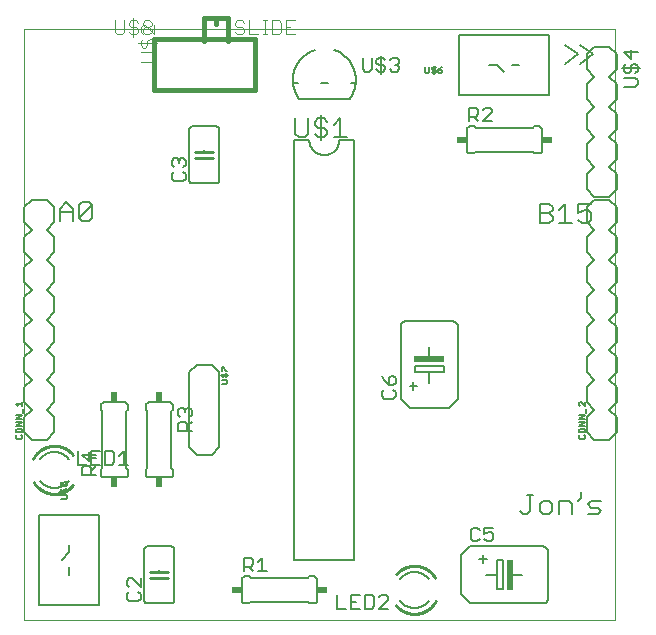
<source format=gto>
G75*
%MOIN*%
%OFA0B0*%
%FSLAX25Y25*%
%IPPOS*%
%LPD*%
%AMOC8*
5,1,8,0,0,1.08239X$1,22.5*
%
%ADD10C,0.00000*%
%ADD11C,0.00600*%
%ADD12C,0.01000*%
%ADD13C,0.00500*%
%ADD14R,0.02000X0.10000*%
%ADD15R,0.10000X0.02000*%
%ADD16C,0.00800*%
%ADD17R,0.03400X0.02400*%
%ADD18R,0.02400X0.03400*%
%ADD19C,0.00700*%
%ADD20C,0.00400*%
%ADD21C,0.01600*%
D10*
X0005060Y0001800D02*
X0005060Y0198650D01*
X0201910Y0198650D01*
X0201910Y0001800D01*
X0005060Y0001800D01*
D11*
X0045060Y0008300D02*
X0045060Y0025300D01*
X0045062Y0025360D01*
X0045067Y0025421D01*
X0045076Y0025480D01*
X0045089Y0025539D01*
X0045105Y0025598D01*
X0045125Y0025655D01*
X0045148Y0025710D01*
X0045175Y0025765D01*
X0045204Y0025817D01*
X0045237Y0025868D01*
X0045273Y0025917D01*
X0045311Y0025963D01*
X0045353Y0026007D01*
X0045397Y0026049D01*
X0045443Y0026087D01*
X0045492Y0026123D01*
X0045543Y0026156D01*
X0045595Y0026185D01*
X0045650Y0026212D01*
X0045705Y0026235D01*
X0045762Y0026255D01*
X0045821Y0026271D01*
X0045880Y0026284D01*
X0045939Y0026293D01*
X0046000Y0026298D01*
X0046060Y0026300D01*
X0054060Y0026300D01*
X0054120Y0026298D01*
X0054181Y0026293D01*
X0054240Y0026284D01*
X0054299Y0026271D01*
X0054358Y0026255D01*
X0054415Y0026235D01*
X0054470Y0026212D01*
X0054525Y0026185D01*
X0054577Y0026156D01*
X0054628Y0026123D01*
X0054677Y0026087D01*
X0054723Y0026049D01*
X0054767Y0026007D01*
X0054809Y0025963D01*
X0054847Y0025917D01*
X0054883Y0025868D01*
X0054916Y0025817D01*
X0054945Y0025765D01*
X0054972Y0025710D01*
X0054995Y0025655D01*
X0055015Y0025598D01*
X0055031Y0025539D01*
X0055044Y0025480D01*
X0055053Y0025421D01*
X0055058Y0025360D01*
X0055060Y0025300D01*
X0055060Y0008300D01*
X0055058Y0008240D01*
X0055053Y0008179D01*
X0055044Y0008120D01*
X0055031Y0008061D01*
X0055015Y0008002D01*
X0054995Y0007945D01*
X0054972Y0007890D01*
X0054945Y0007835D01*
X0054916Y0007783D01*
X0054883Y0007732D01*
X0054847Y0007683D01*
X0054809Y0007637D01*
X0054767Y0007593D01*
X0054723Y0007551D01*
X0054677Y0007513D01*
X0054628Y0007477D01*
X0054577Y0007444D01*
X0054525Y0007415D01*
X0054470Y0007388D01*
X0054415Y0007365D01*
X0054358Y0007345D01*
X0054299Y0007329D01*
X0054240Y0007316D01*
X0054181Y0007307D01*
X0054120Y0007302D01*
X0054060Y0007300D01*
X0046060Y0007300D01*
X0046000Y0007302D01*
X0045939Y0007307D01*
X0045880Y0007316D01*
X0045821Y0007329D01*
X0045762Y0007345D01*
X0045705Y0007365D01*
X0045650Y0007388D01*
X0045595Y0007415D01*
X0045543Y0007444D01*
X0045492Y0007477D01*
X0045443Y0007513D01*
X0045397Y0007551D01*
X0045353Y0007593D01*
X0045311Y0007637D01*
X0045273Y0007683D01*
X0045237Y0007732D01*
X0045204Y0007783D01*
X0045175Y0007835D01*
X0045148Y0007890D01*
X0045125Y0007945D01*
X0045105Y0008002D01*
X0045089Y0008061D01*
X0045076Y0008120D01*
X0045067Y0008179D01*
X0045062Y0008240D01*
X0045060Y0008300D01*
X0050060Y0015300D02*
X0050060Y0015800D01*
X0050060Y0017800D02*
X0050060Y0018300D01*
X0077560Y0015300D02*
X0077560Y0008300D01*
X0077562Y0008240D01*
X0077567Y0008179D01*
X0077576Y0008120D01*
X0077589Y0008061D01*
X0077605Y0008002D01*
X0077625Y0007945D01*
X0077648Y0007890D01*
X0077675Y0007835D01*
X0077704Y0007783D01*
X0077737Y0007732D01*
X0077773Y0007683D01*
X0077811Y0007637D01*
X0077853Y0007593D01*
X0077897Y0007551D01*
X0077943Y0007513D01*
X0077992Y0007477D01*
X0078043Y0007444D01*
X0078095Y0007415D01*
X0078150Y0007388D01*
X0078205Y0007365D01*
X0078262Y0007345D01*
X0078321Y0007329D01*
X0078380Y0007316D01*
X0078439Y0007307D01*
X0078500Y0007302D01*
X0078560Y0007300D01*
X0080060Y0007300D01*
X0080560Y0007800D01*
X0099560Y0007800D01*
X0100060Y0007300D01*
X0101560Y0007300D01*
X0101620Y0007302D01*
X0101681Y0007307D01*
X0101740Y0007316D01*
X0101799Y0007329D01*
X0101858Y0007345D01*
X0101915Y0007365D01*
X0101970Y0007388D01*
X0102025Y0007415D01*
X0102077Y0007444D01*
X0102128Y0007477D01*
X0102177Y0007513D01*
X0102223Y0007551D01*
X0102267Y0007593D01*
X0102309Y0007637D01*
X0102347Y0007683D01*
X0102383Y0007732D01*
X0102416Y0007783D01*
X0102445Y0007835D01*
X0102472Y0007890D01*
X0102495Y0007945D01*
X0102515Y0008002D01*
X0102531Y0008061D01*
X0102544Y0008120D01*
X0102553Y0008179D01*
X0102558Y0008240D01*
X0102560Y0008300D01*
X0102560Y0015300D01*
X0102558Y0015360D01*
X0102553Y0015421D01*
X0102544Y0015480D01*
X0102531Y0015539D01*
X0102515Y0015598D01*
X0102495Y0015655D01*
X0102472Y0015710D01*
X0102445Y0015765D01*
X0102416Y0015817D01*
X0102383Y0015868D01*
X0102347Y0015917D01*
X0102309Y0015963D01*
X0102267Y0016007D01*
X0102223Y0016049D01*
X0102177Y0016087D01*
X0102128Y0016123D01*
X0102077Y0016156D01*
X0102025Y0016185D01*
X0101970Y0016212D01*
X0101915Y0016235D01*
X0101858Y0016255D01*
X0101799Y0016271D01*
X0101740Y0016284D01*
X0101681Y0016293D01*
X0101620Y0016298D01*
X0101560Y0016300D01*
X0100060Y0016300D01*
X0099560Y0015800D01*
X0080560Y0015800D01*
X0080060Y0016300D01*
X0078560Y0016300D01*
X0078500Y0016298D01*
X0078439Y0016293D01*
X0078380Y0016284D01*
X0078321Y0016271D01*
X0078262Y0016255D01*
X0078205Y0016235D01*
X0078150Y0016212D01*
X0078095Y0016185D01*
X0078043Y0016156D01*
X0077992Y0016123D01*
X0077943Y0016087D01*
X0077897Y0016049D01*
X0077853Y0016007D01*
X0077811Y0015963D01*
X0077773Y0015917D01*
X0077737Y0015868D01*
X0077704Y0015817D01*
X0077675Y0015765D01*
X0077648Y0015710D01*
X0077625Y0015655D01*
X0077605Y0015598D01*
X0077589Y0015539D01*
X0077576Y0015480D01*
X0077567Y0015421D01*
X0077562Y0015360D01*
X0077560Y0015300D01*
X0095060Y0021800D02*
X0095060Y0161300D01*
X0095060Y0161800D02*
X0100060Y0161800D01*
X0100062Y0161660D01*
X0100068Y0161520D01*
X0100078Y0161380D01*
X0100091Y0161240D01*
X0100109Y0161101D01*
X0100131Y0160962D01*
X0100156Y0160825D01*
X0100185Y0160687D01*
X0100218Y0160551D01*
X0100255Y0160416D01*
X0100296Y0160282D01*
X0100341Y0160149D01*
X0100389Y0160017D01*
X0100441Y0159887D01*
X0100496Y0159758D01*
X0100555Y0159631D01*
X0100618Y0159505D01*
X0100684Y0159381D01*
X0100753Y0159260D01*
X0100826Y0159140D01*
X0100903Y0159022D01*
X0100982Y0158907D01*
X0101065Y0158793D01*
X0101151Y0158683D01*
X0101240Y0158574D01*
X0101332Y0158468D01*
X0101427Y0158365D01*
X0101524Y0158264D01*
X0101625Y0158167D01*
X0101728Y0158072D01*
X0101834Y0157980D01*
X0101943Y0157891D01*
X0102053Y0157805D01*
X0102167Y0157722D01*
X0102282Y0157643D01*
X0102400Y0157566D01*
X0102520Y0157493D01*
X0102641Y0157424D01*
X0102765Y0157358D01*
X0102891Y0157295D01*
X0103018Y0157236D01*
X0103147Y0157181D01*
X0103277Y0157129D01*
X0103409Y0157081D01*
X0103542Y0157036D01*
X0103676Y0156995D01*
X0103811Y0156958D01*
X0103947Y0156925D01*
X0104085Y0156896D01*
X0104222Y0156871D01*
X0104361Y0156849D01*
X0104500Y0156831D01*
X0104640Y0156818D01*
X0104780Y0156808D01*
X0104920Y0156802D01*
X0105060Y0156800D01*
X0105200Y0156802D01*
X0105340Y0156808D01*
X0105480Y0156818D01*
X0105620Y0156831D01*
X0105759Y0156849D01*
X0105898Y0156871D01*
X0106035Y0156896D01*
X0106173Y0156925D01*
X0106309Y0156958D01*
X0106444Y0156995D01*
X0106578Y0157036D01*
X0106711Y0157081D01*
X0106843Y0157129D01*
X0106973Y0157181D01*
X0107102Y0157236D01*
X0107229Y0157295D01*
X0107355Y0157358D01*
X0107479Y0157424D01*
X0107600Y0157493D01*
X0107720Y0157566D01*
X0107838Y0157643D01*
X0107953Y0157722D01*
X0108067Y0157805D01*
X0108177Y0157891D01*
X0108286Y0157980D01*
X0108392Y0158072D01*
X0108495Y0158167D01*
X0108596Y0158264D01*
X0108693Y0158365D01*
X0108788Y0158468D01*
X0108880Y0158574D01*
X0108969Y0158683D01*
X0109055Y0158793D01*
X0109138Y0158907D01*
X0109217Y0159022D01*
X0109294Y0159140D01*
X0109367Y0159260D01*
X0109436Y0159381D01*
X0109502Y0159505D01*
X0109565Y0159631D01*
X0109624Y0159758D01*
X0109679Y0159887D01*
X0109731Y0160017D01*
X0109779Y0160149D01*
X0109824Y0160282D01*
X0109865Y0160416D01*
X0109902Y0160551D01*
X0109935Y0160687D01*
X0109964Y0160825D01*
X0109989Y0160962D01*
X0110011Y0161101D01*
X0110029Y0161240D01*
X0110042Y0161380D01*
X0110052Y0161520D01*
X0110058Y0161660D01*
X0110060Y0161800D01*
X0115060Y0161800D01*
X0115060Y0021800D01*
X0095060Y0021800D01*
X0135060Y0017800D02*
X0135212Y0017798D01*
X0135363Y0017792D01*
X0135514Y0017783D01*
X0135666Y0017769D01*
X0135816Y0017752D01*
X0135966Y0017731D01*
X0136116Y0017706D01*
X0136265Y0017678D01*
X0136413Y0017645D01*
X0136560Y0017609D01*
X0136707Y0017570D01*
X0136852Y0017526D01*
X0136996Y0017479D01*
X0137139Y0017428D01*
X0137280Y0017374D01*
X0137421Y0017316D01*
X0137559Y0017255D01*
X0137696Y0017190D01*
X0137832Y0017121D01*
X0137965Y0017050D01*
X0138097Y0016975D01*
X0138227Y0016896D01*
X0138354Y0016815D01*
X0138480Y0016730D01*
X0138604Y0016642D01*
X0138725Y0016551D01*
X0138844Y0016457D01*
X0138960Y0016359D01*
X0139074Y0016259D01*
X0139186Y0016157D01*
X0139294Y0016051D01*
X0139400Y0015943D01*
X0139504Y0015832D01*
X0139604Y0015718D01*
X0139702Y0015602D01*
X0139796Y0015483D01*
X0135060Y0005800D02*
X0134906Y0005802D01*
X0134752Y0005808D01*
X0134598Y0005818D01*
X0134444Y0005832D01*
X0134291Y0005849D01*
X0134139Y0005871D01*
X0133987Y0005897D01*
X0133835Y0005926D01*
X0133685Y0005960D01*
X0133535Y0005997D01*
X0133387Y0006038D01*
X0133239Y0006083D01*
X0133093Y0006132D01*
X0132948Y0006184D01*
X0132805Y0006240D01*
X0132662Y0006300D01*
X0132522Y0006363D01*
X0132383Y0006430D01*
X0132246Y0006501D01*
X0132111Y0006575D01*
X0131978Y0006652D01*
X0131846Y0006733D01*
X0131717Y0006817D01*
X0131590Y0006905D01*
X0131466Y0006996D01*
X0131344Y0007089D01*
X0131224Y0007187D01*
X0131107Y0007287D01*
X0130992Y0007390D01*
X0130880Y0007496D01*
X0130771Y0007604D01*
X0130665Y0007716D01*
X0130561Y0007830D01*
X0130461Y0007947D01*
X0130363Y0008066D01*
X0130269Y0008188D01*
X0130178Y0008313D01*
X0135060Y0005800D02*
X0135210Y0005802D01*
X0135361Y0005808D01*
X0135511Y0005817D01*
X0135660Y0005830D01*
X0135810Y0005847D01*
X0135959Y0005868D01*
X0136107Y0005892D01*
X0136255Y0005920D01*
X0136402Y0005952D01*
X0136548Y0005987D01*
X0136693Y0006027D01*
X0136837Y0006069D01*
X0136980Y0006116D01*
X0137122Y0006166D01*
X0137263Y0006219D01*
X0137402Y0006276D01*
X0137540Y0006336D01*
X0137676Y0006400D01*
X0137810Y0006467D01*
X0137943Y0006538D01*
X0138074Y0006612D01*
X0138203Y0006689D01*
X0138330Y0006770D01*
X0138455Y0006853D01*
X0138578Y0006940D01*
X0138699Y0007029D01*
X0138817Y0007122D01*
X0138933Y0007218D01*
X0139047Y0007316D01*
X0139158Y0007417D01*
X0139267Y0007522D01*
X0139372Y0007628D01*
X0139476Y0007738D01*
X0139576Y0007850D01*
X0139674Y0007964D01*
X0139768Y0008081D01*
X0139860Y0008200D01*
X0135060Y0017800D02*
X0134908Y0017798D01*
X0134757Y0017792D01*
X0134606Y0017783D01*
X0134454Y0017769D01*
X0134304Y0017752D01*
X0134154Y0017731D01*
X0134004Y0017706D01*
X0133855Y0017678D01*
X0133707Y0017645D01*
X0133560Y0017609D01*
X0133413Y0017570D01*
X0133268Y0017526D01*
X0133124Y0017479D01*
X0132981Y0017428D01*
X0132840Y0017374D01*
X0132699Y0017316D01*
X0132561Y0017255D01*
X0132424Y0017190D01*
X0132288Y0017121D01*
X0132155Y0017050D01*
X0132023Y0016975D01*
X0131893Y0016896D01*
X0131766Y0016815D01*
X0131640Y0016730D01*
X0131516Y0016642D01*
X0131395Y0016551D01*
X0131276Y0016457D01*
X0131160Y0016359D01*
X0131046Y0016259D01*
X0130934Y0016157D01*
X0130826Y0016051D01*
X0130720Y0015943D01*
X0130616Y0015832D01*
X0130516Y0015718D01*
X0130418Y0015602D01*
X0130324Y0015483D01*
X0150560Y0010300D02*
X0150560Y0023300D01*
X0153560Y0026300D01*
X0178060Y0026300D01*
X0178136Y0026298D01*
X0178212Y0026292D01*
X0178287Y0026283D01*
X0178362Y0026269D01*
X0178436Y0026252D01*
X0178509Y0026231D01*
X0178581Y0026207D01*
X0178652Y0026178D01*
X0178721Y0026147D01*
X0178788Y0026112D01*
X0178853Y0026073D01*
X0178917Y0026031D01*
X0178978Y0025986D01*
X0179037Y0025938D01*
X0179093Y0025887D01*
X0179147Y0025833D01*
X0179198Y0025777D01*
X0179246Y0025718D01*
X0179291Y0025657D01*
X0179333Y0025593D01*
X0179372Y0025528D01*
X0179407Y0025461D01*
X0179438Y0025392D01*
X0179467Y0025321D01*
X0179491Y0025249D01*
X0179512Y0025176D01*
X0179529Y0025102D01*
X0179543Y0025027D01*
X0179552Y0024952D01*
X0179558Y0024876D01*
X0179560Y0024800D01*
X0179560Y0008800D01*
X0179558Y0008724D01*
X0179552Y0008648D01*
X0179543Y0008573D01*
X0179529Y0008498D01*
X0179512Y0008424D01*
X0179491Y0008351D01*
X0179467Y0008279D01*
X0179438Y0008208D01*
X0179407Y0008139D01*
X0179372Y0008072D01*
X0179333Y0008007D01*
X0179291Y0007943D01*
X0179246Y0007882D01*
X0179198Y0007823D01*
X0179147Y0007767D01*
X0179093Y0007713D01*
X0179037Y0007662D01*
X0178978Y0007614D01*
X0178917Y0007569D01*
X0178853Y0007527D01*
X0178788Y0007488D01*
X0178721Y0007453D01*
X0178652Y0007422D01*
X0178581Y0007393D01*
X0178509Y0007369D01*
X0178436Y0007348D01*
X0178362Y0007331D01*
X0178287Y0007317D01*
X0178212Y0007308D01*
X0178136Y0007302D01*
X0178060Y0007300D01*
X0153560Y0007300D01*
X0150560Y0010300D01*
X0159060Y0016800D02*
X0162560Y0016800D01*
X0162560Y0021600D01*
X0164560Y0021600D01*
X0164560Y0012000D01*
X0162560Y0012000D01*
X0162560Y0016800D01*
X0167560Y0016800D02*
X0171060Y0016800D01*
X0159360Y0022200D02*
X0156760Y0022200D01*
X0158060Y0023400D02*
X0158060Y0020900D01*
X0171428Y0037100D02*
X0172495Y0037100D01*
X0173563Y0038168D01*
X0173563Y0043505D01*
X0174630Y0043505D02*
X0172495Y0043505D01*
X0176805Y0040303D02*
X0176805Y0038168D01*
X0177873Y0037100D01*
X0180008Y0037100D01*
X0181076Y0038168D01*
X0181076Y0040303D01*
X0180008Y0041370D01*
X0177873Y0041370D01*
X0176805Y0040303D01*
X0171428Y0037100D02*
X0170360Y0038168D01*
X0183251Y0037100D02*
X0183251Y0041370D01*
X0186454Y0041370D01*
X0187521Y0040303D01*
X0187521Y0037100D01*
X0189696Y0041370D02*
X0190764Y0042438D01*
X0190764Y0044573D01*
X0193987Y0041370D02*
X0192919Y0040303D01*
X0193987Y0039235D01*
X0196122Y0039235D01*
X0197190Y0038168D01*
X0196122Y0037100D01*
X0192919Y0037100D01*
X0193987Y0041370D02*
X0197190Y0041370D01*
X0149560Y0075300D02*
X0146560Y0072300D01*
X0133560Y0072300D01*
X0130560Y0075300D01*
X0130560Y0099800D01*
X0130562Y0099876D01*
X0130568Y0099952D01*
X0130577Y0100027D01*
X0130591Y0100102D01*
X0130608Y0100176D01*
X0130629Y0100249D01*
X0130653Y0100321D01*
X0130682Y0100392D01*
X0130713Y0100461D01*
X0130748Y0100528D01*
X0130787Y0100593D01*
X0130829Y0100657D01*
X0130874Y0100718D01*
X0130922Y0100777D01*
X0130973Y0100833D01*
X0131027Y0100887D01*
X0131083Y0100938D01*
X0131142Y0100986D01*
X0131203Y0101031D01*
X0131267Y0101073D01*
X0131332Y0101112D01*
X0131399Y0101147D01*
X0131468Y0101178D01*
X0131539Y0101207D01*
X0131611Y0101231D01*
X0131684Y0101252D01*
X0131758Y0101269D01*
X0131833Y0101283D01*
X0131908Y0101292D01*
X0131984Y0101298D01*
X0132060Y0101300D01*
X0148060Y0101300D01*
X0148136Y0101298D01*
X0148212Y0101292D01*
X0148287Y0101283D01*
X0148362Y0101269D01*
X0148436Y0101252D01*
X0148509Y0101231D01*
X0148581Y0101207D01*
X0148652Y0101178D01*
X0148721Y0101147D01*
X0148788Y0101112D01*
X0148853Y0101073D01*
X0148917Y0101031D01*
X0148978Y0100986D01*
X0149037Y0100938D01*
X0149093Y0100887D01*
X0149147Y0100833D01*
X0149198Y0100777D01*
X0149246Y0100718D01*
X0149291Y0100657D01*
X0149333Y0100593D01*
X0149372Y0100528D01*
X0149407Y0100461D01*
X0149438Y0100392D01*
X0149467Y0100321D01*
X0149491Y0100249D01*
X0149512Y0100176D01*
X0149529Y0100102D01*
X0149543Y0100027D01*
X0149552Y0099952D01*
X0149558Y0099876D01*
X0149560Y0099800D01*
X0149560Y0075300D01*
X0144860Y0084300D02*
X0140060Y0084300D01*
X0135260Y0084300D01*
X0135260Y0086300D01*
X0144860Y0086300D01*
X0144860Y0084300D01*
X0140060Y0084300D02*
X0140060Y0080800D01*
X0135960Y0079800D02*
X0133460Y0079800D01*
X0134660Y0081100D02*
X0134660Y0078500D01*
X0140060Y0089300D02*
X0140060Y0092800D01*
X0176860Y0134100D02*
X0180063Y0134100D01*
X0181130Y0135168D01*
X0181130Y0136235D01*
X0180063Y0137303D01*
X0176860Y0137303D01*
X0176860Y0140505D02*
X0180063Y0140505D01*
X0181130Y0139438D01*
X0181130Y0138370D01*
X0180063Y0137303D01*
X0176860Y0134100D02*
X0176860Y0140505D01*
X0183305Y0138370D02*
X0185441Y0140505D01*
X0185441Y0134100D01*
X0187576Y0134100D02*
X0183305Y0134100D01*
X0189751Y0135168D02*
X0190819Y0134100D01*
X0192954Y0134100D01*
X0194021Y0135168D01*
X0194021Y0137303D01*
X0192954Y0138370D01*
X0191886Y0138370D01*
X0189751Y0137303D01*
X0189751Y0140505D01*
X0194021Y0140505D01*
X0176560Y0157300D02*
X0175060Y0157300D01*
X0174560Y0157800D01*
X0155560Y0157800D01*
X0155060Y0157300D01*
X0153560Y0157300D01*
X0153500Y0157302D01*
X0153439Y0157307D01*
X0153380Y0157316D01*
X0153321Y0157329D01*
X0153262Y0157345D01*
X0153205Y0157365D01*
X0153150Y0157388D01*
X0153095Y0157415D01*
X0153043Y0157444D01*
X0152992Y0157477D01*
X0152943Y0157513D01*
X0152897Y0157551D01*
X0152853Y0157593D01*
X0152811Y0157637D01*
X0152773Y0157683D01*
X0152737Y0157732D01*
X0152704Y0157783D01*
X0152675Y0157835D01*
X0152648Y0157890D01*
X0152625Y0157945D01*
X0152605Y0158002D01*
X0152589Y0158061D01*
X0152576Y0158120D01*
X0152567Y0158179D01*
X0152562Y0158240D01*
X0152560Y0158300D01*
X0152560Y0165300D01*
X0152562Y0165360D01*
X0152567Y0165421D01*
X0152576Y0165480D01*
X0152589Y0165539D01*
X0152605Y0165598D01*
X0152625Y0165655D01*
X0152648Y0165710D01*
X0152675Y0165765D01*
X0152704Y0165817D01*
X0152737Y0165868D01*
X0152773Y0165917D01*
X0152811Y0165963D01*
X0152853Y0166007D01*
X0152897Y0166049D01*
X0152943Y0166087D01*
X0152992Y0166123D01*
X0153043Y0166156D01*
X0153095Y0166185D01*
X0153150Y0166212D01*
X0153205Y0166235D01*
X0153262Y0166255D01*
X0153321Y0166271D01*
X0153380Y0166284D01*
X0153439Y0166293D01*
X0153500Y0166298D01*
X0153560Y0166300D01*
X0155060Y0166300D01*
X0155560Y0165800D01*
X0174560Y0165800D01*
X0175060Y0166300D01*
X0176560Y0166300D01*
X0176620Y0166298D01*
X0176681Y0166293D01*
X0176740Y0166284D01*
X0176799Y0166271D01*
X0176858Y0166255D01*
X0176915Y0166235D01*
X0176970Y0166212D01*
X0177025Y0166185D01*
X0177077Y0166156D01*
X0177128Y0166123D01*
X0177177Y0166087D01*
X0177223Y0166049D01*
X0177267Y0166007D01*
X0177309Y0165963D01*
X0177347Y0165917D01*
X0177383Y0165868D01*
X0177416Y0165817D01*
X0177445Y0165765D01*
X0177472Y0165710D01*
X0177495Y0165655D01*
X0177515Y0165598D01*
X0177531Y0165539D01*
X0177544Y0165480D01*
X0177553Y0165421D01*
X0177558Y0165360D01*
X0177560Y0165300D01*
X0177560Y0158300D01*
X0177558Y0158240D01*
X0177553Y0158179D01*
X0177544Y0158120D01*
X0177531Y0158061D01*
X0177515Y0158002D01*
X0177495Y0157945D01*
X0177472Y0157890D01*
X0177445Y0157835D01*
X0177416Y0157783D01*
X0177383Y0157732D01*
X0177347Y0157683D01*
X0177309Y0157637D01*
X0177267Y0157593D01*
X0177223Y0157551D01*
X0177177Y0157513D01*
X0177128Y0157477D01*
X0177077Y0157444D01*
X0177025Y0157415D01*
X0176970Y0157388D01*
X0176915Y0157365D01*
X0176858Y0157345D01*
X0176799Y0157329D01*
X0176740Y0157316D01*
X0176681Y0157307D01*
X0176620Y0157302D01*
X0176560Y0157300D01*
X0185360Y0187100D02*
X0189630Y0190303D01*
X0185360Y0193505D01*
X0190360Y0193505D02*
X0194630Y0190303D01*
X0190360Y0187100D01*
X0070060Y0165300D02*
X0070060Y0148300D01*
X0070058Y0148240D01*
X0070053Y0148179D01*
X0070044Y0148120D01*
X0070031Y0148061D01*
X0070015Y0148002D01*
X0069995Y0147945D01*
X0069972Y0147890D01*
X0069945Y0147835D01*
X0069916Y0147783D01*
X0069883Y0147732D01*
X0069847Y0147683D01*
X0069809Y0147637D01*
X0069767Y0147593D01*
X0069723Y0147551D01*
X0069677Y0147513D01*
X0069628Y0147477D01*
X0069577Y0147444D01*
X0069525Y0147415D01*
X0069470Y0147388D01*
X0069415Y0147365D01*
X0069358Y0147345D01*
X0069299Y0147329D01*
X0069240Y0147316D01*
X0069181Y0147307D01*
X0069120Y0147302D01*
X0069060Y0147300D01*
X0061060Y0147300D01*
X0061000Y0147302D01*
X0060939Y0147307D01*
X0060880Y0147316D01*
X0060821Y0147329D01*
X0060762Y0147345D01*
X0060705Y0147365D01*
X0060650Y0147388D01*
X0060595Y0147415D01*
X0060543Y0147444D01*
X0060492Y0147477D01*
X0060443Y0147513D01*
X0060397Y0147551D01*
X0060353Y0147593D01*
X0060311Y0147637D01*
X0060273Y0147683D01*
X0060237Y0147732D01*
X0060204Y0147783D01*
X0060175Y0147835D01*
X0060148Y0147890D01*
X0060125Y0147945D01*
X0060105Y0148002D01*
X0060089Y0148061D01*
X0060076Y0148120D01*
X0060067Y0148179D01*
X0060062Y0148240D01*
X0060060Y0148300D01*
X0060060Y0165300D01*
X0060062Y0165360D01*
X0060067Y0165421D01*
X0060076Y0165480D01*
X0060089Y0165539D01*
X0060105Y0165598D01*
X0060125Y0165655D01*
X0060148Y0165710D01*
X0060175Y0165765D01*
X0060204Y0165817D01*
X0060237Y0165868D01*
X0060273Y0165917D01*
X0060311Y0165963D01*
X0060353Y0166007D01*
X0060397Y0166049D01*
X0060443Y0166087D01*
X0060492Y0166123D01*
X0060543Y0166156D01*
X0060595Y0166185D01*
X0060650Y0166212D01*
X0060705Y0166235D01*
X0060762Y0166255D01*
X0060821Y0166271D01*
X0060880Y0166284D01*
X0060939Y0166293D01*
X0061000Y0166298D01*
X0061060Y0166300D01*
X0069060Y0166300D01*
X0069120Y0166298D01*
X0069181Y0166293D01*
X0069240Y0166284D01*
X0069299Y0166271D01*
X0069358Y0166255D01*
X0069415Y0166235D01*
X0069470Y0166212D01*
X0069525Y0166185D01*
X0069577Y0166156D01*
X0069628Y0166123D01*
X0069677Y0166087D01*
X0069723Y0166049D01*
X0069767Y0166007D01*
X0069809Y0165963D01*
X0069847Y0165917D01*
X0069883Y0165868D01*
X0069916Y0165817D01*
X0069945Y0165765D01*
X0069972Y0165710D01*
X0069995Y0165655D01*
X0070015Y0165598D01*
X0070031Y0165539D01*
X0070044Y0165480D01*
X0070053Y0165421D01*
X0070058Y0165360D01*
X0070060Y0165300D01*
X0065060Y0158300D02*
X0065060Y0157800D01*
X0065060Y0155800D02*
X0065060Y0155300D01*
X0027576Y0139938D02*
X0027576Y0135668D01*
X0026508Y0134600D01*
X0024373Y0134600D01*
X0023305Y0135668D01*
X0027576Y0139938D01*
X0026508Y0141005D01*
X0024373Y0141005D01*
X0023305Y0139938D01*
X0023305Y0135668D01*
X0021130Y0134600D02*
X0021130Y0138870D01*
X0018995Y0141005D01*
X0016860Y0138870D01*
X0016860Y0134600D01*
X0016860Y0137803D02*
X0021130Y0137803D01*
X0031560Y0074300D02*
X0038560Y0074300D01*
X0038620Y0074298D01*
X0038681Y0074293D01*
X0038740Y0074284D01*
X0038799Y0074271D01*
X0038858Y0074255D01*
X0038915Y0074235D01*
X0038970Y0074212D01*
X0039025Y0074185D01*
X0039077Y0074156D01*
X0039128Y0074123D01*
X0039177Y0074087D01*
X0039223Y0074049D01*
X0039267Y0074007D01*
X0039309Y0073963D01*
X0039347Y0073917D01*
X0039383Y0073868D01*
X0039416Y0073817D01*
X0039445Y0073765D01*
X0039472Y0073710D01*
X0039495Y0073655D01*
X0039515Y0073598D01*
X0039531Y0073539D01*
X0039544Y0073480D01*
X0039553Y0073421D01*
X0039558Y0073360D01*
X0039560Y0073300D01*
X0039560Y0071800D01*
X0039060Y0071300D01*
X0039060Y0052300D01*
X0039560Y0051800D01*
X0039560Y0050300D01*
X0039558Y0050240D01*
X0039553Y0050179D01*
X0039544Y0050120D01*
X0039531Y0050061D01*
X0039515Y0050002D01*
X0039495Y0049945D01*
X0039472Y0049890D01*
X0039445Y0049835D01*
X0039416Y0049783D01*
X0039383Y0049732D01*
X0039347Y0049683D01*
X0039309Y0049637D01*
X0039267Y0049593D01*
X0039223Y0049551D01*
X0039177Y0049513D01*
X0039128Y0049477D01*
X0039077Y0049444D01*
X0039025Y0049415D01*
X0038970Y0049388D01*
X0038915Y0049365D01*
X0038858Y0049345D01*
X0038799Y0049329D01*
X0038740Y0049316D01*
X0038681Y0049307D01*
X0038620Y0049302D01*
X0038560Y0049300D01*
X0031560Y0049300D01*
X0031500Y0049302D01*
X0031439Y0049307D01*
X0031380Y0049316D01*
X0031321Y0049329D01*
X0031262Y0049345D01*
X0031205Y0049365D01*
X0031150Y0049388D01*
X0031095Y0049415D01*
X0031043Y0049444D01*
X0030992Y0049477D01*
X0030943Y0049513D01*
X0030897Y0049551D01*
X0030853Y0049593D01*
X0030811Y0049637D01*
X0030773Y0049683D01*
X0030737Y0049732D01*
X0030704Y0049783D01*
X0030675Y0049835D01*
X0030648Y0049890D01*
X0030625Y0049945D01*
X0030605Y0050002D01*
X0030589Y0050061D01*
X0030576Y0050120D01*
X0030567Y0050179D01*
X0030562Y0050240D01*
X0030560Y0050300D01*
X0030560Y0051800D01*
X0031060Y0052300D01*
X0031060Y0071300D01*
X0030560Y0071800D01*
X0030560Y0073300D01*
X0030562Y0073360D01*
X0030567Y0073421D01*
X0030576Y0073480D01*
X0030589Y0073539D01*
X0030605Y0073598D01*
X0030625Y0073655D01*
X0030648Y0073710D01*
X0030675Y0073765D01*
X0030704Y0073817D01*
X0030737Y0073868D01*
X0030773Y0073917D01*
X0030811Y0073963D01*
X0030853Y0074007D01*
X0030897Y0074049D01*
X0030943Y0074087D01*
X0030992Y0074123D01*
X0031043Y0074156D01*
X0031095Y0074185D01*
X0031150Y0074212D01*
X0031205Y0074235D01*
X0031262Y0074255D01*
X0031321Y0074271D01*
X0031380Y0074284D01*
X0031439Y0074293D01*
X0031500Y0074298D01*
X0031560Y0074300D01*
X0045560Y0073300D02*
X0045560Y0071800D01*
X0046060Y0071300D01*
X0046060Y0052300D01*
X0045560Y0051800D01*
X0045560Y0050300D01*
X0045562Y0050240D01*
X0045567Y0050179D01*
X0045576Y0050120D01*
X0045589Y0050061D01*
X0045605Y0050002D01*
X0045625Y0049945D01*
X0045648Y0049890D01*
X0045675Y0049835D01*
X0045704Y0049783D01*
X0045737Y0049732D01*
X0045773Y0049683D01*
X0045811Y0049637D01*
X0045853Y0049593D01*
X0045897Y0049551D01*
X0045943Y0049513D01*
X0045992Y0049477D01*
X0046043Y0049444D01*
X0046095Y0049415D01*
X0046150Y0049388D01*
X0046205Y0049365D01*
X0046262Y0049345D01*
X0046321Y0049329D01*
X0046380Y0049316D01*
X0046439Y0049307D01*
X0046500Y0049302D01*
X0046560Y0049300D01*
X0053560Y0049300D01*
X0053620Y0049302D01*
X0053681Y0049307D01*
X0053740Y0049316D01*
X0053799Y0049329D01*
X0053858Y0049345D01*
X0053915Y0049365D01*
X0053970Y0049388D01*
X0054025Y0049415D01*
X0054077Y0049444D01*
X0054128Y0049477D01*
X0054177Y0049513D01*
X0054223Y0049551D01*
X0054267Y0049593D01*
X0054309Y0049637D01*
X0054347Y0049683D01*
X0054383Y0049732D01*
X0054416Y0049783D01*
X0054445Y0049835D01*
X0054472Y0049890D01*
X0054495Y0049945D01*
X0054515Y0050002D01*
X0054531Y0050061D01*
X0054544Y0050120D01*
X0054553Y0050179D01*
X0054558Y0050240D01*
X0054560Y0050300D01*
X0054560Y0051800D01*
X0054060Y0052300D01*
X0054060Y0071300D01*
X0054560Y0071800D01*
X0054560Y0073300D01*
X0054558Y0073360D01*
X0054553Y0073421D01*
X0054544Y0073480D01*
X0054531Y0073539D01*
X0054515Y0073598D01*
X0054495Y0073655D01*
X0054472Y0073710D01*
X0054445Y0073765D01*
X0054416Y0073817D01*
X0054383Y0073868D01*
X0054347Y0073917D01*
X0054309Y0073963D01*
X0054267Y0074007D01*
X0054223Y0074049D01*
X0054177Y0074087D01*
X0054128Y0074123D01*
X0054077Y0074156D01*
X0054025Y0074185D01*
X0053970Y0074212D01*
X0053915Y0074235D01*
X0053858Y0074255D01*
X0053799Y0074271D01*
X0053740Y0074284D01*
X0053681Y0074293D01*
X0053620Y0074298D01*
X0053560Y0074300D01*
X0046560Y0074300D01*
X0046500Y0074298D01*
X0046439Y0074293D01*
X0046380Y0074284D01*
X0046321Y0074271D01*
X0046262Y0074255D01*
X0046205Y0074235D01*
X0046150Y0074212D01*
X0046095Y0074185D01*
X0046043Y0074156D01*
X0045992Y0074123D01*
X0045943Y0074087D01*
X0045897Y0074049D01*
X0045853Y0074007D01*
X0045811Y0073963D01*
X0045773Y0073917D01*
X0045737Y0073868D01*
X0045704Y0073817D01*
X0045675Y0073765D01*
X0045648Y0073710D01*
X0045625Y0073655D01*
X0045605Y0073598D01*
X0045589Y0073539D01*
X0045576Y0073480D01*
X0045567Y0073421D01*
X0045562Y0073360D01*
X0045560Y0073300D01*
X0015060Y0045800D02*
X0014908Y0045802D01*
X0014757Y0045808D01*
X0014606Y0045817D01*
X0014454Y0045831D01*
X0014304Y0045848D01*
X0014154Y0045869D01*
X0014004Y0045894D01*
X0013855Y0045922D01*
X0013707Y0045955D01*
X0013560Y0045991D01*
X0013413Y0046030D01*
X0013268Y0046074D01*
X0013124Y0046121D01*
X0012981Y0046172D01*
X0012840Y0046226D01*
X0012699Y0046284D01*
X0012561Y0046345D01*
X0012424Y0046410D01*
X0012288Y0046479D01*
X0012155Y0046550D01*
X0012023Y0046625D01*
X0011893Y0046704D01*
X0011766Y0046785D01*
X0011640Y0046870D01*
X0011516Y0046958D01*
X0011395Y0047049D01*
X0011276Y0047143D01*
X0011160Y0047241D01*
X0011046Y0047341D01*
X0010934Y0047443D01*
X0010826Y0047549D01*
X0010720Y0047657D01*
X0010616Y0047768D01*
X0010516Y0047882D01*
X0010418Y0047998D01*
X0010324Y0048117D01*
X0015060Y0057800D02*
X0015214Y0057798D01*
X0015368Y0057792D01*
X0015522Y0057782D01*
X0015676Y0057768D01*
X0015829Y0057751D01*
X0015981Y0057729D01*
X0016133Y0057703D01*
X0016285Y0057674D01*
X0016435Y0057640D01*
X0016585Y0057603D01*
X0016733Y0057562D01*
X0016881Y0057517D01*
X0017027Y0057468D01*
X0017172Y0057416D01*
X0017315Y0057360D01*
X0017458Y0057300D01*
X0017598Y0057237D01*
X0017737Y0057170D01*
X0017874Y0057099D01*
X0018009Y0057025D01*
X0018142Y0056948D01*
X0018274Y0056867D01*
X0018403Y0056783D01*
X0018530Y0056695D01*
X0018654Y0056604D01*
X0018776Y0056511D01*
X0018896Y0056413D01*
X0019013Y0056313D01*
X0019128Y0056210D01*
X0019240Y0056104D01*
X0019349Y0055996D01*
X0019455Y0055884D01*
X0019559Y0055770D01*
X0019659Y0055653D01*
X0019757Y0055534D01*
X0019851Y0055412D01*
X0019942Y0055287D01*
X0015060Y0057800D02*
X0014910Y0057798D01*
X0014759Y0057792D01*
X0014609Y0057783D01*
X0014460Y0057770D01*
X0014310Y0057753D01*
X0014161Y0057732D01*
X0014013Y0057708D01*
X0013865Y0057680D01*
X0013718Y0057648D01*
X0013572Y0057613D01*
X0013427Y0057573D01*
X0013283Y0057531D01*
X0013140Y0057484D01*
X0012998Y0057434D01*
X0012857Y0057381D01*
X0012718Y0057324D01*
X0012580Y0057264D01*
X0012444Y0057200D01*
X0012310Y0057133D01*
X0012177Y0057062D01*
X0012046Y0056988D01*
X0011917Y0056911D01*
X0011790Y0056830D01*
X0011665Y0056747D01*
X0011542Y0056660D01*
X0011421Y0056571D01*
X0011303Y0056478D01*
X0011187Y0056382D01*
X0011073Y0056284D01*
X0010962Y0056183D01*
X0010853Y0056078D01*
X0010748Y0055972D01*
X0010644Y0055862D01*
X0010544Y0055750D01*
X0010446Y0055636D01*
X0010352Y0055519D01*
X0010260Y0055400D01*
X0015060Y0045800D02*
X0015212Y0045802D01*
X0015363Y0045808D01*
X0015514Y0045817D01*
X0015666Y0045831D01*
X0015816Y0045848D01*
X0015966Y0045869D01*
X0016116Y0045894D01*
X0016265Y0045922D01*
X0016413Y0045955D01*
X0016560Y0045991D01*
X0016707Y0046030D01*
X0016852Y0046074D01*
X0016996Y0046121D01*
X0017139Y0046172D01*
X0017280Y0046226D01*
X0017421Y0046284D01*
X0017559Y0046345D01*
X0017696Y0046410D01*
X0017832Y0046479D01*
X0017965Y0046550D01*
X0018097Y0046625D01*
X0018227Y0046704D01*
X0018354Y0046785D01*
X0018480Y0046870D01*
X0018604Y0046958D01*
X0018725Y0047049D01*
X0018844Y0047143D01*
X0018960Y0047241D01*
X0019074Y0047341D01*
X0019186Y0047443D01*
X0019294Y0047549D01*
X0019400Y0047657D01*
X0019504Y0047768D01*
X0019604Y0047882D01*
X0019702Y0047998D01*
X0019796Y0048117D01*
D12*
X0015060Y0059800D02*
X0014868Y0059798D01*
X0014676Y0059791D01*
X0014484Y0059779D01*
X0014292Y0059763D01*
X0014101Y0059742D01*
X0013911Y0059717D01*
X0013721Y0059687D01*
X0013532Y0059653D01*
X0013344Y0059614D01*
X0013157Y0059570D01*
X0012971Y0059522D01*
X0012786Y0059470D01*
X0012602Y0059413D01*
X0012420Y0059352D01*
X0012240Y0059286D01*
X0012061Y0059216D01*
X0011883Y0059142D01*
X0011708Y0059064D01*
X0011534Y0058981D01*
X0011363Y0058894D01*
X0011194Y0058804D01*
X0011027Y0058709D01*
X0010862Y0058610D01*
X0010699Y0058507D01*
X0010540Y0058400D01*
X0010382Y0058290D01*
X0010228Y0058176D01*
X0010076Y0058058D01*
X0009927Y0057936D01*
X0009781Y0057811D01*
X0009639Y0057683D01*
X0009499Y0057551D01*
X0009362Y0057416D01*
X0009229Y0057277D01*
X0009099Y0057136D01*
X0008973Y0056991D01*
X0008850Y0056843D01*
X0008731Y0056693D01*
X0008615Y0056539D01*
X0008503Y0056383D01*
X0008395Y0056224D01*
X0008290Y0056063D01*
X0008190Y0055899D01*
X0008094Y0055733D01*
X0008001Y0055565D01*
X0008114Y0047831D02*
X0008213Y0047662D01*
X0008317Y0047496D01*
X0008424Y0047332D01*
X0008535Y0047171D01*
X0008650Y0047013D01*
X0008769Y0046858D01*
X0008892Y0046705D01*
X0009018Y0046556D01*
X0009148Y0046410D01*
X0009282Y0046267D01*
X0009419Y0046127D01*
X0009559Y0045991D01*
X0009703Y0045858D01*
X0009850Y0045729D01*
X0010000Y0045603D01*
X0010153Y0045482D01*
X0010309Y0045363D01*
X0010468Y0045249D01*
X0010629Y0045139D01*
X0010794Y0045033D01*
X0010960Y0044930D01*
X0011130Y0044832D01*
X0011301Y0044738D01*
X0011475Y0044648D01*
X0011651Y0044563D01*
X0011829Y0044481D01*
X0012009Y0044405D01*
X0012191Y0044332D01*
X0012374Y0044264D01*
X0012559Y0044201D01*
X0012746Y0044142D01*
X0012934Y0044088D01*
X0013123Y0044038D01*
X0013313Y0043993D01*
X0013505Y0043953D01*
X0013697Y0043917D01*
X0013890Y0043886D01*
X0014084Y0043860D01*
X0014279Y0043838D01*
X0014474Y0043822D01*
X0014669Y0043810D01*
X0014865Y0043802D01*
X0015060Y0043800D01*
X0015253Y0043802D01*
X0015446Y0043809D01*
X0015638Y0043821D01*
X0015831Y0043837D01*
X0016023Y0043858D01*
X0016214Y0043884D01*
X0016404Y0043914D01*
X0016594Y0043949D01*
X0016783Y0043988D01*
X0016971Y0044032D01*
X0017158Y0044080D01*
X0017344Y0044133D01*
X0017528Y0044190D01*
X0017711Y0044252D01*
X0017892Y0044318D01*
X0018072Y0044389D01*
X0018250Y0044463D01*
X0018426Y0044542D01*
X0018600Y0044626D01*
X0018772Y0044713D01*
X0018942Y0044805D01*
X0019109Y0044901D01*
X0019275Y0045000D01*
X0019438Y0045104D01*
X0019598Y0045211D01*
X0019755Y0045323D01*
X0019910Y0045438D01*
X0020062Y0045557D01*
X0020211Y0045679D01*
X0020358Y0045805D01*
X0020501Y0045935D01*
X0020641Y0046068D01*
X0020777Y0046204D01*
X0020911Y0046344D01*
X0021040Y0046486D01*
X0021167Y0046632D01*
X0021206Y0056922D02*
X0021079Y0057070D01*
X0020949Y0057215D01*
X0020816Y0057356D01*
X0020679Y0057495D01*
X0020539Y0057630D01*
X0020395Y0057761D01*
X0020248Y0057889D01*
X0020099Y0058014D01*
X0019946Y0058135D01*
X0019791Y0058252D01*
X0019632Y0058365D01*
X0019471Y0058474D01*
X0019307Y0058579D01*
X0019141Y0058681D01*
X0018972Y0058778D01*
X0018802Y0058871D01*
X0018628Y0058960D01*
X0018453Y0059045D01*
X0018276Y0059125D01*
X0018097Y0059201D01*
X0017916Y0059273D01*
X0017733Y0059340D01*
X0017549Y0059403D01*
X0017363Y0059461D01*
X0017176Y0059515D01*
X0016988Y0059564D01*
X0016798Y0059609D01*
X0016608Y0059649D01*
X0016416Y0059684D01*
X0016224Y0059715D01*
X0016031Y0059741D01*
X0015837Y0059762D01*
X0015643Y0059779D01*
X0015449Y0059791D01*
X0015255Y0059798D01*
X0015060Y0059800D01*
X0047060Y0017800D02*
X0050060Y0017800D01*
X0053060Y0017800D01*
X0053060Y0015800D02*
X0050060Y0015800D01*
X0047060Y0015800D01*
X0135060Y0003800D02*
X0135252Y0003802D01*
X0135444Y0003809D01*
X0135636Y0003821D01*
X0135828Y0003837D01*
X0136019Y0003858D01*
X0136209Y0003883D01*
X0136399Y0003913D01*
X0136588Y0003947D01*
X0136776Y0003986D01*
X0136963Y0004030D01*
X0137149Y0004078D01*
X0137334Y0004130D01*
X0137518Y0004187D01*
X0137700Y0004248D01*
X0137880Y0004314D01*
X0138059Y0004384D01*
X0138237Y0004458D01*
X0138412Y0004536D01*
X0138586Y0004619D01*
X0138757Y0004706D01*
X0138926Y0004796D01*
X0139093Y0004891D01*
X0139258Y0004990D01*
X0139421Y0005093D01*
X0139580Y0005200D01*
X0139738Y0005310D01*
X0139892Y0005424D01*
X0140044Y0005542D01*
X0140193Y0005664D01*
X0140339Y0005789D01*
X0140481Y0005917D01*
X0140621Y0006049D01*
X0140758Y0006184D01*
X0140891Y0006323D01*
X0141021Y0006464D01*
X0141147Y0006609D01*
X0141270Y0006757D01*
X0141389Y0006907D01*
X0141505Y0007061D01*
X0141617Y0007217D01*
X0141725Y0007376D01*
X0141830Y0007537D01*
X0141930Y0007701D01*
X0142026Y0007867D01*
X0142119Y0008035D01*
X0142006Y0015769D02*
X0141907Y0015938D01*
X0141803Y0016104D01*
X0141696Y0016268D01*
X0141585Y0016429D01*
X0141470Y0016587D01*
X0141351Y0016742D01*
X0141228Y0016895D01*
X0141102Y0017044D01*
X0140972Y0017190D01*
X0140838Y0017333D01*
X0140701Y0017473D01*
X0140561Y0017609D01*
X0140417Y0017742D01*
X0140270Y0017871D01*
X0140120Y0017997D01*
X0139967Y0018118D01*
X0139811Y0018237D01*
X0139652Y0018351D01*
X0139491Y0018461D01*
X0139326Y0018567D01*
X0139160Y0018670D01*
X0138990Y0018768D01*
X0138819Y0018862D01*
X0138645Y0018952D01*
X0138469Y0019037D01*
X0138291Y0019119D01*
X0138111Y0019195D01*
X0137929Y0019268D01*
X0137746Y0019336D01*
X0137561Y0019399D01*
X0137374Y0019458D01*
X0137186Y0019512D01*
X0136997Y0019562D01*
X0136807Y0019607D01*
X0136615Y0019647D01*
X0136423Y0019683D01*
X0136230Y0019714D01*
X0136036Y0019740D01*
X0135841Y0019762D01*
X0135646Y0019778D01*
X0135451Y0019790D01*
X0135255Y0019798D01*
X0135060Y0019800D01*
X0134867Y0019798D01*
X0134674Y0019791D01*
X0134482Y0019779D01*
X0134289Y0019763D01*
X0134097Y0019742D01*
X0133906Y0019716D01*
X0133716Y0019686D01*
X0133526Y0019651D01*
X0133337Y0019612D01*
X0133149Y0019568D01*
X0132962Y0019520D01*
X0132776Y0019467D01*
X0132592Y0019410D01*
X0132409Y0019348D01*
X0132228Y0019282D01*
X0132048Y0019211D01*
X0131870Y0019137D01*
X0131694Y0019058D01*
X0131520Y0018974D01*
X0131348Y0018887D01*
X0131178Y0018795D01*
X0131011Y0018699D01*
X0130845Y0018600D01*
X0130682Y0018496D01*
X0130522Y0018389D01*
X0130365Y0018277D01*
X0130210Y0018162D01*
X0130058Y0018043D01*
X0129909Y0017921D01*
X0129762Y0017795D01*
X0129619Y0017665D01*
X0129479Y0017532D01*
X0129343Y0017396D01*
X0129209Y0017256D01*
X0129080Y0017114D01*
X0128953Y0016968D01*
X0128914Y0006678D02*
X0129041Y0006530D01*
X0129171Y0006385D01*
X0129304Y0006244D01*
X0129441Y0006105D01*
X0129581Y0005970D01*
X0129725Y0005839D01*
X0129872Y0005711D01*
X0130021Y0005586D01*
X0130174Y0005465D01*
X0130329Y0005348D01*
X0130488Y0005235D01*
X0130649Y0005126D01*
X0130813Y0005021D01*
X0130979Y0004919D01*
X0131148Y0004822D01*
X0131318Y0004729D01*
X0131492Y0004640D01*
X0131667Y0004555D01*
X0131844Y0004475D01*
X0132023Y0004399D01*
X0132204Y0004327D01*
X0132387Y0004260D01*
X0132571Y0004197D01*
X0132757Y0004139D01*
X0132944Y0004085D01*
X0133132Y0004036D01*
X0133322Y0003991D01*
X0133512Y0003951D01*
X0133704Y0003916D01*
X0133896Y0003885D01*
X0134089Y0003859D01*
X0134283Y0003838D01*
X0134477Y0003821D01*
X0134671Y0003809D01*
X0134865Y0003802D01*
X0135060Y0003800D01*
X0068060Y0155800D02*
X0065060Y0155800D01*
X0062060Y0155800D01*
X0062060Y0157800D02*
X0065060Y0157800D01*
X0068060Y0157800D01*
D13*
X0058810Y0154906D02*
X0058810Y0153405D01*
X0058059Y0152654D01*
X0058059Y0151053D02*
X0058810Y0150302D01*
X0058810Y0148801D01*
X0058059Y0148050D01*
X0055057Y0148050D01*
X0054306Y0148801D01*
X0054306Y0150302D01*
X0055057Y0151053D01*
X0055057Y0152654D02*
X0054306Y0153405D01*
X0054306Y0154906D01*
X0055057Y0155656D01*
X0055807Y0155656D01*
X0056558Y0154906D01*
X0057309Y0155656D01*
X0058059Y0155656D01*
X0058810Y0154906D01*
X0056558Y0154906D02*
X0056558Y0154155D01*
X0094608Y0180800D02*
X0096187Y0180800D01*
X0096814Y0175300D02*
X0113306Y0175300D01*
X0113933Y0180800D02*
X0115512Y0180800D01*
X0118561Y0184550D02*
X0120062Y0184550D01*
X0120813Y0185301D01*
X0120813Y0189054D01*
X0122414Y0188303D02*
X0122414Y0187553D01*
X0123165Y0186802D01*
X0124666Y0186802D01*
X0125416Y0186051D01*
X0125416Y0185301D01*
X0124666Y0184550D01*
X0123165Y0184550D01*
X0122414Y0185301D01*
X0123915Y0183799D02*
X0123915Y0189804D01*
X0123165Y0189054D02*
X0124666Y0189054D01*
X0125416Y0188303D01*
X0127018Y0188303D02*
X0127768Y0189054D01*
X0129270Y0189054D01*
X0130020Y0188303D01*
X0130020Y0187553D01*
X0129270Y0186802D01*
X0130020Y0186051D01*
X0130020Y0185301D01*
X0129270Y0184550D01*
X0127768Y0184550D01*
X0127018Y0185301D01*
X0128519Y0186802D02*
X0129270Y0186802D01*
X0123165Y0189054D02*
X0122414Y0188303D01*
X0117810Y0189054D02*
X0117810Y0185301D01*
X0118561Y0184550D01*
X0106187Y0180800D02*
X0103933Y0180800D01*
X0096814Y0175300D02*
X0096661Y0175499D01*
X0096513Y0175701D01*
X0096370Y0175906D01*
X0096232Y0176115D01*
X0096099Y0176327D01*
X0095971Y0176542D01*
X0095849Y0176760D01*
X0095731Y0176981D01*
X0095619Y0177205D01*
X0095512Y0177431D01*
X0095411Y0177660D01*
X0095315Y0177891D01*
X0095224Y0178125D01*
X0095139Y0178360D01*
X0095060Y0178598D01*
X0094987Y0178837D01*
X0094919Y0179078D01*
X0094857Y0179320D01*
X0094801Y0179564D01*
X0094750Y0179810D01*
X0094706Y0180056D01*
X0094667Y0180303D01*
X0094635Y0180551D01*
X0094608Y0180800D01*
X0108156Y0191833D02*
X0108398Y0191755D01*
X0108638Y0191671D01*
X0108876Y0191582D01*
X0109112Y0191486D01*
X0109346Y0191385D01*
X0109577Y0191279D01*
X0109805Y0191166D01*
X0110031Y0191049D01*
X0110254Y0190926D01*
X0110473Y0190797D01*
X0110690Y0190663D01*
X0110903Y0190524D01*
X0111113Y0190380D01*
X0111319Y0190231D01*
X0111521Y0190077D01*
X0111720Y0189918D01*
X0111915Y0189754D01*
X0112106Y0189585D01*
X0112292Y0189412D01*
X0112475Y0189235D01*
X0112653Y0189053D01*
X0112826Y0188867D01*
X0112995Y0188676D01*
X0113159Y0188482D01*
X0113319Y0188284D01*
X0113474Y0188082D01*
X0113623Y0187876D01*
X0113768Y0187667D01*
X0113908Y0187454D01*
X0114042Y0187238D01*
X0114171Y0187018D01*
X0114295Y0186796D01*
X0114414Y0186571D01*
X0114526Y0186343D01*
X0114634Y0186112D01*
X0114735Y0185879D01*
X0114831Y0185643D01*
X0114922Y0185405D01*
X0115006Y0185165D01*
X0115085Y0184923D01*
X0115158Y0184679D01*
X0115224Y0184433D01*
X0115285Y0184186D01*
X0115340Y0183938D01*
X0115389Y0183688D01*
X0115432Y0183437D01*
X0115468Y0183185D01*
X0115499Y0182933D01*
X0115523Y0182679D01*
X0115541Y0182426D01*
X0115553Y0182171D01*
X0115559Y0181917D01*
X0115559Y0181662D01*
X0115553Y0181408D01*
X0115540Y0181154D01*
X0115521Y0180900D01*
X0115496Y0180647D01*
X0115465Y0180394D01*
X0115428Y0180142D01*
X0115385Y0179892D01*
X0115336Y0179642D01*
X0115281Y0179393D01*
X0115219Y0179146D01*
X0115152Y0178901D01*
X0115079Y0178657D01*
X0115000Y0178415D01*
X0114915Y0178176D01*
X0114824Y0177938D01*
X0114727Y0177702D01*
X0114625Y0177469D01*
X0114517Y0177239D01*
X0114404Y0177011D01*
X0114285Y0176786D01*
X0114161Y0176564D01*
X0114032Y0176345D01*
X0113897Y0176129D01*
X0113757Y0175916D01*
X0113611Y0175707D01*
X0113461Y0175502D01*
X0113306Y0175300D01*
X0094608Y0180800D02*
X0094586Y0181055D01*
X0094571Y0181311D01*
X0094563Y0181567D01*
X0094560Y0181824D01*
X0094564Y0182080D01*
X0094574Y0182336D01*
X0094590Y0182592D01*
X0094612Y0182847D01*
X0094641Y0183102D01*
X0094676Y0183356D01*
X0094717Y0183609D01*
X0094764Y0183861D01*
X0094818Y0184111D01*
X0094877Y0184360D01*
X0094943Y0184608D01*
X0095014Y0184854D01*
X0095092Y0185099D01*
X0095175Y0185341D01*
X0095264Y0185581D01*
X0095360Y0185819D01*
X0095461Y0186055D01*
X0095567Y0186288D01*
X0095680Y0186518D01*
X0095798Y0186746D01*
X0095921Y0186970D01*
X0096050Y0187192D01*
X0096184Y0187410D01*
X0096324Y0187625D01*
X0096469Y0187836D01*
X0096619Y0188044D01*
X0096773Y0188248D01*
X0096933Y0188449D01*
X0097098Y0188645D01*
X0097267Y0188837D01*
X0097442Y0189026D01*
X0097620Y0189209D01*
X0097803Y0189389D01*
X0097991Y0189564D01*
X0098182Y0189734D01*
X0098378Y0189899D01*
X0098578Y0190060D01*
X0098781Y0190216D01*
X0098988Y0190366D01*
X0099199Y0190512D01*
X0099414Y0190653D01*
X0099631Y0190788D01*
X0099852Y0190918D01*
X0100076Y0191042D01*
X0100303Y0191161D01*
X0100533Y0191274D01*
X0100766Y0191382D01*
X0101001Y0191484D01*
X0101239Y0191580D01*
X0101478Y0191670D01*
X0101720Y0191755D01*
X0101964Y0191833D01*
X0138680Y0186052D02*
X0138680Y0184467D01*
X0138997Y0184150D01*
X0139631Y0184150D01*
X0139948Y0184467D01*
X0139948Y0186052D01*
X0140890Y0185735D02*
X0141207Y0186052D01*
X0141841Y0186052D01*
X0142158Y0185735D01*
X0141841Y0185101D02*
X0141207Y0185101D01*
X0140890Y0185418D01*
X0140890Y0185735D01*
X0141524Y0186369D02*
X0141524Y0183833D01*
X0141207Y0184150D02*
X0141841Y0184150D01*
X0142158Y0184467D01*
X0142158Y0184784D01*
X0141841Y0185101D01*
X0140890Y0184467D02*
X0141207Y0184150D01*
X0143100Y0184467D02*
X0143417Y0184150D01*
X0144051Y0184150D01*
X0144368Y0184467D01*
X0144368Y0184784D01*
X0144051Y0185101D01*
X0143100Y0185101D01*
X0143100Y0184467D01*
X0143100Y0185101D02*
X0143734Y0185735D01*
X0144368Y0186052D01*
X0153310Y0172554D02*
X0155562Y0172554D01*
X0156313Y0171803D01*
X0156313Y0170302D01*
X0155562Y0169551D01*
X0153310Y0169551D01*
X0153310Y0168050D02*
X0153310Y0172554D01*
X0154811Y0169551D02*
X0156313Y0168050D01*
X0157914Y0168050D02*
X0160916Y0171053D01*
X0160916Y0171803D01*
X0160166Y0172554D01*
X0158665Y0172554D01*
X0157914Y0171803D01*
X0157914Y0168050D02*
X0160916Y0168050D01*
X0165060Y0184300D02*
X0162560Y0186800D01*
X0160060Y0186800D01*
X0167560Y0186800D02*
X0170060Y0186800D01*
X0204255Y0185643D02*
X0210261Y0185643D01*
X0209510Y0184893D02*
X0209510Y0186394D01*
X0208759Y0187145D01*
X0208009Y0187145D01*
X0207258Y0186394D01*
X0207258Y0184893D01*
X0206507Y0184142D01*
X0205757Y0184142D01*
X0205006Y0184893D01*
X0205006Y0186394D01*
X0205757Y0187145D01*
X0207258Y0188746D02*
X0207258Y0191749D01*
X0205006Y0190998D02*
X0207258Y0188746D01*
X0209510Y0190998D02*
X0205006Y0190998D01*
X0209510Y0184893D02*
X0208759Y0184142D01*
X0208759Y0182541D02*
X0205006Y0182541D01*
X0205006Y0179538D02*
X0208759Y0179538D01*
X0209510Y0180289D01*
X0209510Y0181790D01*
X0208759Y0182541D01*
X0128059Y0083156D02*
X0127309Y0083156D01*
X0126558Y0082406D01*
X0126558Y0080154D01*
X0128059Y0080154D01*
X0128810Y0080905D01*
X0128810Y0082406D01*
X0128059Y0083156D01*
X0125057Y0081655D02*
X0126558Y0080154D01*
X0125057Y0081655D02*
X0124306Y0083156D01*
X0125057Y0078553D02*
X0124306Y0077802D01*
X0124306Y0076301D01*
X0125057Y0075550D01*
X0128059Y0075550D01*
X0128810Y0076301D01*
X0128810Y0077802D01*
X0128059Y0078553D01*
X0154561Y0032554D02*
X0153810Y0031803D01*
X0153810Y0028801D01*
X0154561Y0028050D01*
X0156062Y0028050D01*
X0156813Y0028801D01*
X0158414Y0028801D02*
X0159165Y0028050D01*
X0160666Y0028050D01*
X0161416Y0028801D01*
X0161416Y0030302D01*
X0160666Y0031053D01*
X0159915Y0031053D01*
X0158414Y0030302D01*
X0158414Y0032554D01*
X0161416Y0032554D01*
X0156813Y0031803D02*
X0156062Y0032554D01*
X0154561Y0032554D01*
X0126209Y0009303D02*
X0125458Y0010054D01*
X0123957Y0010054D01*
X0123206Y0009303D01*
X0121605Y0009303D02*
X0120854Y0010054D01*
X0118602Y0010054D01*
X0118602Y0005550D01*
X0120854Y0005550D01*
X0121605Y0006301D01*
X0121605Y0009303D01*
X0123206Y0005550D02*
X0126209Y0008553D01*
X0126209Y0009303D01*
X0126209Y0005550D02*
X0123206Y0005550D01*
X0117001Y0005550D02*
X0113998Y0005550D01*
X0113998Y0010054D01*
X0117001Y0010054D01*
X0115499Y0007802D02*
X0113998Y0007802D01*
X0112397Y0005550D02*
X0109394Y0005550D01*
X0109394Y0010054D01*
X0085916Y0018050D02*
X0082914Y0018050D01*
X0084415Y0018050D02*
X0084415Y0022554D01*
X0082914Y0021053D01*
X0081313Y0021803D02*
X0081313Y0020302D01*
X0080562Y0019551D01*
X0078310Y0019551D01*
X0078310Y0018050D02*
X0078310Y0022554D01*
X0080562Y0022554D01*
X0081313Y0021803D01*
X0079811Y0019551D02*
X0081313Y0018050D01*
X0043810Y0015656D02*
X0043810Y0012654D01*
X0040807Y0015656D01*
X0040057Y0015656D01*
X0039306Y0014906D01*
X0039306Y0013405D01*
X0040057Y0012654D01*
X0040057Y0011053D02*
X0039306Y0010302D01*
X0039306Y0008801D01*
X0040057Y0008050D01*
X0043059Y0008050D01*
X0043810Y0008801D01*
X0043810Y0010302D01*
X0043059Y0011053D01*
X0020060Y0016800D02*
X0020060Y0019300D01*
X0017560Y0021800D02*
X0020060Y0024300D01*
X0020060Y0026800D01*
X0018993Y0042050D02*
X0019310Y0042367D01*
X0019310Y0043001D01*
X0018993Y0043318D01*
X0017408Y0043318D01*
X0017725Y0044260D02*
X0017408Y0044577D01*
X0017408Y0045211D01*
X0017725Y0045528D01*
X0018359Y0045211D02*
X0018359Y0044577D01*
X0018042Y0044260D01*
X0017725Y0044260D01*
X0017091Y0044894D02*
X0019627Y0044894D01*
X0019310Y0044577D02*
X0019310Y0045211D01*
X0018993Y0045528D01*
X0018676Y0045528D01*
X0018359Y0045211D01*
X0018993Y0044260D02*
X0019310Y0044577D01*
X0018993Y0046470D02*
X0019310Y0046787D01*
X0019310Y0047421D01*
X0018993Y0047737D01*
X0018359Y0047737D01*
X0018042Y0047421D01*
X0018042Y0047104D01*
X0018359Y0046470D01*
X0017408Y0046470D01*
X0017408Y0047737D01*
X0017408Y0042050D02*
X0018993Y0042050D01*
X0024306Y0050050D02*
X0024306Y0052302D01*
X0025057Y0053053D01*
X0026558Y0053053D01*
X0027309Y0052302D01*
X0027309Y0050050D01*
X0028810Y0050050D02*
X0024306Y0050050D01*
X0027309Y0051551D02*
X0028810Y0053053D01*
X0027414Y0053550D02*
X0030416Y0053550D01*
X0032018Y0053550D02*
X0034270Y0053550D01*
X0035020Y0054301D01*
X0035020Y0057303D01*
X0034270Y0058054D01*
X0032018Y0058054D01*
X0032018Y0053550D01*
X0028915Y0055802D02*
X0027414Y0055802D01*
X0026558Y0054654D02*
X0026558Y0057656D01*
X0027414Y0058054D02*
X0027414Y0053550D01*
X0026558Y0054654D02*
X0024306Y0056906D01*
X0028810Y0056906D01*
X0027414Y0058054D02*
X0030416Y0058054D01*
X0025813Y0053550D02*
X0022810Y0053550D01*
X0022810Y0058054D01*
X0036622Y0056553D02*
X0038123Y0058054D01*
X0038123Y0053550D01*
X0036622Y0053550D02*
X0039624Y0053550D01*
X0056306Y0064842D02*
X0056306Y0067094D01*
X0057057Y0067845D01*
X0058558Y0067845D01*
X0059309Y0067094D01*
X0059309Y0064842D01*
X0060810Y0064842D02*
X0056306Y0064842D01*
X0059309Y0066343D02*
X0060810Y0067845D01*
X0060059Y0069446D02*
X0060810Y0070197D01*
X0060810Y0071698D01*
X0060059Y0072449D01*
X0059309Y0072449D01*
X0058558Y0071698D01*
X0058558Y0070947D01*
X0058558Y0071698D02*
X0057807Y0072449D01*
X0057057Y0072449D01*
X0056306Y0071698D01*
X0056306Y0070197D01*
X0057057Y0069446D01*
X0070808Y0080420D02*
X0072393Y0080420D01*
X0072710Y0080737D01*
X0072710Y0081371D01*
X0072393Y0081688D01*
X0070808Y0081688D01*
X0071125Y0082630D02*
X0070808Y0082947D01*
X0070808Y0083581D01*
X0071125Y0083898D01*
X0071759Y0083581D02*
X0072076Y0083898D01*
X0072393Y0083898D01*
X0072710Y0083581D01*
X0072710Y0082947D01*
X0072393Y0082630D01*
X0071759Y0082947D02*
X0071442Y0082630D01*
X0071125Y0082630D01*
X0071759Y0082947D02*
X0071759Y0083581D01*
X0070491Y0083264D02*
X0073027Y0083264D01*
X0072710Y0084840D02*
X0072393Y0084840D01*
X0071125Y0086108D01*
X0070808Y0086108D01*
X0070808Y0084840D01*
X0004310Y0074367D02*
X0004310Y0073099D01*
X0004310Y0073733D02*
X0002408Y0073733D01*
X0003042Y0073099D01*
X0004627Y0072157D02*
X0004627Y0070890D01*
X0004310Y0069947D02*
X0002408Y0069947D01*
X0002408Y0068680D02*
X0004310Y0069947D01*
X0004310Y0068680D02*
X0002408Y0068680D01*
X0002408Y0067738D02*
X0004310Y0067738D01*
X0002408Y0066470D01*
X0004310Y0066470D01*
X0003993Y0065528D02*
X0004310Y0065211D01*
X0004310Y0064577D01*
X0003993Y0064260D01*
X0002725Y0064260D01*
X0002408Y0064577D01*
X0002408Y0065211D01*
X0002725Y0065528D01*
X0003993Y0065528D01*
X0003993Y0063318D02*
X0004310Y0063001D01*
X0004310Y0062367D01*
X0003993Y0062050D01*
X0002725Y0062050D01*
X0002408Y0062367D01*
X0002408Y0063001D01*
X0002725Y0063318D01*
X0189908Y0063001D02*
X0189908Y0062367D01*
X0190225Y0062050D01*
X0191493Y0062050D01*
X0191810Y0062367D01*
X0191810Y0063001D01*
X0191493Y0063318D01*
X0191493Y0064260D02*
X0190225Y0064260D01*
X0189908Y0064577D01*
X0189908Y0065211D01*
X0190225Y0065528D01*
X0191493Y0065528D01*
X0191810Y0065211D01*
X0191810Y0064577D01*
X0191493Y0064260D01*
X0190225Y0063318D02*
X0189908Y0063001D01*
X0189908Y0066470D02*
X0191810Y0067738D01*
X0189908Y0067738D01*
X0189908Y0068680D02*
X0191810Y0069947D01*
X0189908Y0069947D01*
X0189908Y0068680D02*
X0191810Y0068680D01*
X0191810Y0066470D02*
X0189908Y0066470D01*
X0192127Y0070890D02*
X0192127Y0072157D01*
X0191810Y0073099D02*
X0190542Y0074367D01*
X0190225Y0074367D01*
X0189908Y0074050D01*
X0189908Y0073416D01*
X0190225Y0073099D01*
X0191810Y0073099D02*
X0191810Y0074367D01*
D14*
X0167060Y0016800D03*
D15*
X0140060Y0088800D03*
D16*
X0192560Y0089300D02*
X0192560Y0084300D01*
X0195060Y0081800D01*
X0192560Y0079300D01*
X0192560Y0074300D01*
X0195060Y0071800D01*
X0192560Y0069300D01*
X0192560Y0064300D01*
X0195060Y0061800D01*
X0200060Y0061800D01*
X0202560Y0064300D01*
X0202560Y0069300D01*
X0200060Y0071800D01*
X0202560Y0074300D01*
X0202560Y0079300D01*
X0200060Y0081800D01*
X0202560Y0084300D01*
X0202560Y0089300D01*
X0200060Y0091800D01*
X0202560Y0094300D01*
X0202560Y0099300D01*
X0200060Y0101800D01*
X0202560Y0104300D01*
X0202560Y0109300D01*
X0200060Y0111800D01*
X0202560Y0114300D01*
X0202560Y0119300D01*
X0200060Y0121800D01*
X0202560Y0124300D01*
X0202560Y0129300D01*
X0200060Y0131800D01*
X0202560Y0134300D01*
X0202560Y0139300D01*
X0200060Y0141800D01*
X0195060Y0141800D01*
X0192560Y0139300D01*
X0192560Y0134300D01*
X0195060Y0131800D01*
X0192560Y0129300D01*
X0192560Y0124300D01*
X0195060Y0121800D01*
X0192560Y0119300D01*
X0192560Y0114300D01*
X0195060Y0111800D01*
X0192560Y0109300D01*
X0192560Y0104300D01*
X0195060Y0101800D01*
X0192560Y0099300D01*
X0192560Y0094300D01*
X0195060Y0091800D01*
X0192560Y0089300D01*
X0195060Y0142800D02*
X0200060Y0142800D01*
X0202560Y0145300D01*
X0202560Y0150300D01*
X0200060Y0152800D01*
X0202560Y0155300D01*
X0202560Y0160300D01*
X0200060Y0162800D01*
X0202560Y0165300D01*
X0202560Y0170300D01*
X0200060Y0172800D01*
X0202560Y0175300D01*
X0202560Y0180300D01*
X0200060Y0182800D01*
X0202560Y0185300D01*
X0202560Y0190300D01*
X0200060Y0192800D01*
X0195060Y0192800D01*
X0192560Y0190300D01*
X0192560Y0185300D01*
X0195060Y0182800D01*
X0192560Y0180300D01*
X0192560Y0175300D01*
X0195060Y0172800D01*
X0192560Y0170300D01*
X0192560Y0165300D01*
X0195060Y0162800D01*
X0192560Y0160300D01*
X0192560Y0155300D01*
X0195060Y0152800D01*
X0192560Y0150300D01*
X0192560Y0145300D01*
X0195060Y0142800D01*
X0180060Y0176800D02*
X0180060Y0196800D01*
X0150060Y0196800D01*
X0150060Y0176800D01*
X0180060Y0176800D01*
X0070060Y0084300D02*
X0067560Y0086800D01*
X0062560Y0086800D01*
X0060060Y0084300D01*
X0060060Y0059300D01*
X0062560Y0056800D01*
X0067560Y0056800D01*
X0070060Y0059300D01*
X0070060Y0084300D01*
X0030060Y0036800D02*
X0030060Y0006800D01*
X0010060Y0006800D01*
X0010060Y0036800D01*
X0030060Y0036800D01*
X0012560Y0061800D02*
X0007560Y0061800D01*
X0005060Y0064300D01*
X0005060Y0069300D01*
X0007560Y0071800D01*
X0005060Y0074300D01*
X0005060Y0079300D01*
X0007560Y0081800D01*
X0005060Y0084300D01*
X0005060Y0089300D01*
X0007560Y0091800D01*
X0005060Y0094300D01*
X0005060Y0099300D01*
X0007560Y0101800D01*
X0005060Y0104300D01*
X0005060Y0109300D01*
X0007560Y0111800D01*
X0005060Y0114300D01*
X0005060Y0119300D01*
X0007560Y0121800D01*
X0005060Y0124300D01*
X0005060Y0129300D01*
X0007560Y0131800D01*
X0005060Y0134300D01*
X0005060Y0139300D01*
X0007560Y0141800D01*
X0012560Y0141800D01*
X0015060Y0139300D01*
X0015060Y0134300D01*
X0012560Y0131800D01*
X0015060Y0129300D01*
X0015060Y0124300D01*
X0012560Y0121800D01*
X0015060Y0119300D01*
X0015060Y0114300D01*
X0012560Y0111800D01*
X0015060Y0109300D01*
X0015060Y0104300D01*
X0012560Y0101800D01*
X0015060Y0099300D01*
X0015060Y0094300D01*
X0012560Y0091800D01*
X0015060Y0089300D01*
X0015060Y0084300D01*
X0012560Y0081800D01*
X0015060Y0079300D01*
X0015060Y0074300D01*
X0012560Y0071800D01*
X0015060Y0069300D01*
X0015060Y0064300D01*
X0012560Y0061800D01*
D17*
X0075860Y0011800D03*
X0104260Y0011800D03*
X0150860Y0161800D03*
X0179260Y0161800D03*
D18*
X0050060Y0076000D03*
X0035060Y0076000D03*
X0035060Y0047600D03*
X0050060Y0047600D03*
D19*
X0096461Y0162650D02*
X0098563Y0162650D01*
X0099614Y0163701D01*
X0099614Y0168955D01*
X0101855Y0167904D02*
X0101855Y0166854D01*
X0102906Y0165803D01*
X0105008Y0165803D01*
X0106059Y0164752D01*
X0106059Y0163701D01*
X0105008Y0162650D01*
X0102906Y0162650D01*
X0101855Y0163701D01*
X0103957Y0161599D02*
X0103957Y0170006D01*
X0102906Y0168955D02*
X0101855Y0167904D01*
X0102906Y0168955D02*
X0105008Y0168955D01*
X0106059Y0167904D01*
X0108301Y0166854D02*
X0110403Y0168955D01*
X0110403Y0162650D01*
X0108301Y0162650D02*
X0112505Y0162650D01*
X0096461Y0162650D02*
X0095410Y0163701D01*
X0095410Y0168955D01*
D20*
X0095210Y0197000D02*
X0092141Y0197000D01*
X0092141Y0201604D01*
X0095210Y0201604D01*
X0093676Y0199302D02*
X0092141Y0199302D01*
X0090606Y0197767D02*
X0090606Y0200837D01*
X0089839Y0201604D01*
X0087537Y0201604D01*
X0087537Y0197000D01*
X0089839Y0197000D01*
X0090606Y0197767D01*
X0086002Y0197000D02*
X0084468Y0197000D01*
X0085235Y0197000D02*
X0085235Y0201604D01*
X0084468Y0201604D02*
X0086002Y0201604D01*
X0082933Y0197000D02*
X0079864Y0197000D01*
X0079864Y0201604D01*
X0078329Y0200837D02*
X0077562Y0201604D01*
X0076027Y0201604D01*
X0075260Y0200837D01*
X0075260Y0200069D01*
X0076027Y0199302D01*
X0077562Y0199302D01*
X0078329Y0198535D01*
X0078329Y0197767D01*
X0077562Y0197000D01*
X0076027Y0197000D01*
X0075260Y0197767D01*
X0049171Y0194044D02*
X0043032Y0194044D01*
X0043799Y0193277D02*
X0043799Y0194811D01*
X0044567Y0195579D01*
X0044567Y0197113D02*
X0043799Y0197881D01*
X0043799Y0199415D01*
X0044567Y0200183D01*
X0045334Y0200183D01*
X0048403Y0197113D01*
X0048403Y0200183D01*
X0047537Y0200069D02*
X0046770Y0199302D01*
X0045235Y0199302D01*
X0044468Y0200069D01*
X0044468Y0200837D01*
X0045235Y0201604D01*
X0046770Y0201604D01*
X0047537Y0200837D01*
X0047537Y0200069D01*
X0046770Y0199302D02*
X0047537Y0198535D01*
X0047537Y0197767D01*
X0046770Y0197000D01*
X0045235Y0197000D01*
X0044468Y0197767D01*
X0044468Y0198535D01*
X0045235Y0199302D01*
X0042933Y0198535D02*
X0042933Y0197767D01*
X0042166Y0197000D01*
X0040631Y0197000D01*
X0039864Y0197767D01*
X0038329Y0197767D02*
X0038329Y0201604D01*
X0039864Y0200837D02*
X0040631Y0201604D01*
X0042166Y0201604D01*
X0042933Y0200837D01*
X0042166Y0199302D02*
X0040631Y0199302D01*
X0039864Y0200069D01*
X0039864Y0200837D01*
X0041399Y0202371D02*
X0041399Y0196233D01*
X0038329Y0197767D02*
X0037562Y0197000D01*
X0036027Y0197000D01*
X0035260Y0197767D01*
X0035260Y0201604D01*
X0042166Y0199302D02*
X0042933Y0198535D01*
X0046101Y0194811D02*
X0046101Y0193277D01*
X0045334Y0192509D01*
X0044567Y0192509D01*
X0043799Y0193277D01*
X0043799Y0190975D02*
X0047636Y0190975D01*
X0048403Y0190207D01*
X0048403Y0188673D01*
X0047636Y0187906D01*
X0043799Y0187906D01*
X0047636Y0192509D02*
X0048403Y0193277D01*
X0048403Y0194811D01*
X0047636Y0195579D01*
X0046869Y0195579D01*
X0046101Y0194811D01*
D21*
X0048131Y0195265D02*
X0081989Y0195265D01*
X0081989Y0178335D01*
X0048131Y0178335D01*
X0048131Y0195265D01*
X0065060Y0194674D02*
X0065060Y0202548D01*
X0068997Y0202548D01*
X0072934Y0202548D01*
X0072934Y0194674D01*
X0068997Y0200580D02*
X0068997Y0202548D01*
M02*

</source>
